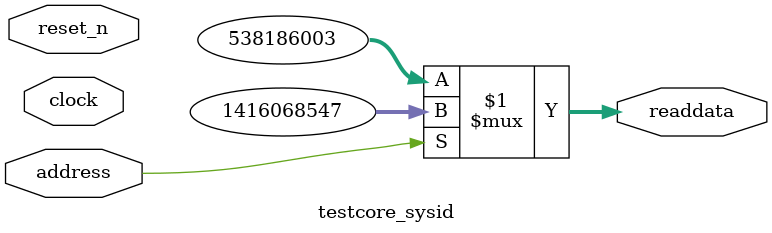
<source format=v>

`timescale 1ns / 1ps
// synthesis translate_on

// turn off superfluous verilog processor warnings 
// altera message_level Level1 
// altera message_off 10034 10035 10036 10037 10230 10240 10030 

module testcore_sysid (
               // inputs:
                address,
                clock,
                reset_n,

               // outputs:
                readdata
             )
;

  output  [ 31: 0] readdata;
  input            address;
  input            clock;
  input            reset_n;

  wire    [ 31: 0] readdata;
  //control_slave, which is an e_avalon_slave
  assign readdata = address ? 1416068547 : 538186003;

endmodule




</source>
